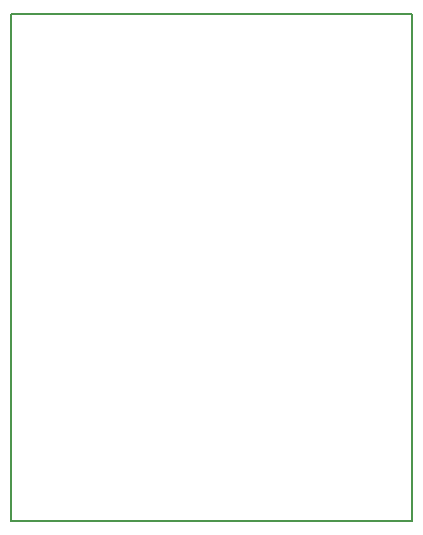
<source format=gbr>
G04 DipTrace 3.1.0.0*
G04 BottomAssy.gbr*
%MOIN*%
G04 #@! TF.FileFunction,Drawing,Bot*
G04 #@! TF.Part,Single*
%ADD11C,0.005512*%
%FSLAX26Y26*%
G04*
G70*
G90*
G75*
G01*
G04 BotAssy*
%LPD*%
X393701Y393701D2*
D11*
Y2086614D1*
X1732284D1*
Y393701D1*
X393701D1*
M02*

</source>
